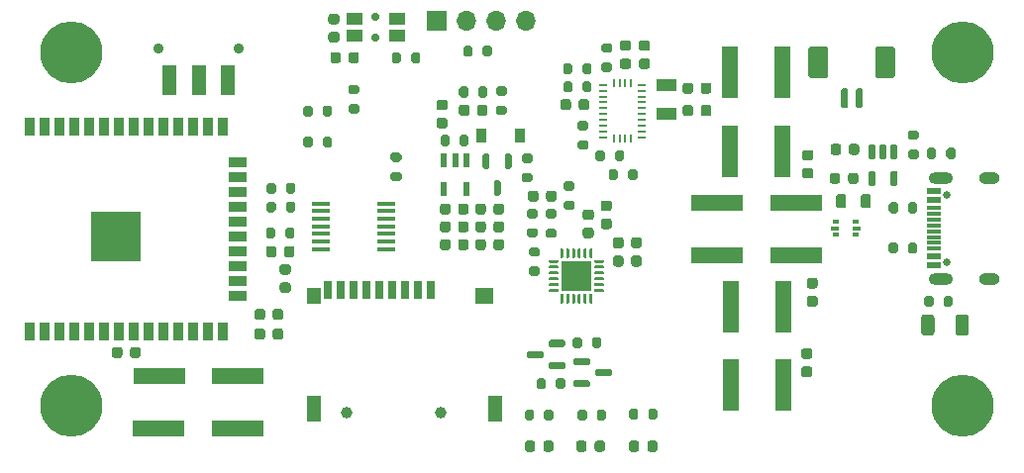
<source format=gbr>
G04 #@! TF.GenerationSoftware,KiCad,Pcbnew,(6.0.11)*
G04 #@! TF.CreationDate,2024-06-06T18:38:18+02:00*
G04 #@! TF.ProjectId,Wireless_Motion,57697265-6c65-4737-935f-4d6f74696f6e,rev?*
G04 #@! TF.SameCoordinates,Original*
G04 #@! TF.FileFunction,Soldermask,Top*
G04 #@! TF.FilePolarity,Negative*
%FSLAX45Y45*%
G04 Gerber Fmt 4.5, Leading zero omitted, Abs format (unit mm)*
G04 Created by KiCad (PCBNEW (6.0.11)) date 2024-06-06 18:38:18*
%MOMM*%
%LPD*%
G01*
G04 APERTURE LIST*
%ADD10R,0.675000X0.254000*%
%ADD11R,0.254000X0.675000*%
%ADD12R,0.700000X1.600000*%
%ADD13R,1.200000X2.200000*%
%ADD14R,1.600000X1.400000*%
%ADD15R,1.200000X1.400000*%
%ADD16C,1.000000*%
%ADD17R,4.500000X1.400000*%
%ADD18R,4.450000X1.400000*%
%ADD19R,0.600000X1.200000*%
%ADD20C,5.300000*%
%ADD21R,1.400000X4.500000*%
%ADD22R,1.400000X4.450000*%
%ADD23R,1.600000X0.350000*%
%ADD24R,2.600000X2.600000*%
%ADD25R,1.400000X1.050000*%
%ADD26C,0.700000*%
%ADD27R,1.250000X2.500000*%
%ADD28C,0.900000*%
%ADD29R,0.900000X1.200000*%
%ADD30O,1.800000X1.000000*%
%ADD31O,2.100000X1.000000*%
%ADD32R,1.150000X0.600000*%
%ADD33R,1.150000X0.300000*%
%ADD34C,0.650000*%
%ADD35C,0.500000*%
%ADD36R,1.800000X1.000000*%
%ADD37R,0.500000X0.375000*%
%ADD38R,0.650000X0.300000*%
%ADD39R,4.200000X4.200000*%
%ADD40R,0.900000X1.500000*%
%ADD41R,1.500000X0.900000*%
%ADD42O,1.700000X1.700000*%
%ADD43R,1.700000X1.700000*%
G04 APERTURE END LIST*
G36*
G01*
X11790500Y-4821500D02*
X11740500Y-4821500D01*
G75*
G02*
X11718000Y-4799000I0J22500D01*
G01*
X11718000Y-4754000D01*
G75*
G02*
X11740500Y-4731500I22500J0D01*
G01*
X11790500Y-4731500D01*
G75*
G02*
X11813000Y-4754000I0J-22500D01*
G01*
X11813000Y-4799000D01*
G75*
G02*
X11790500Y-4821500I-22500J0D01*
G01*
G37*
G36*
G01*
X11790500Y-4976500D02*
X11740500Y-4976500D01*
G75*
G02*
X11718000Y-4954000I0J22500D01*
G01*
X11718000Y-4909000D01*
G75*
G02*
X11740500Y-4886500I22500J0D01*
G01*
X11790500Y-4886500D01*
G75*
G02*
X11813000Y-4909000I0J-22500D01*
G01*
X11813000Y-4954000D01*
G75*
G02*
X11790500Y-4976500I-22500J0D01*
G01*
G37*
G36*
G01*
X11472655Y-6269000D02*
X11422655Y-6269000D01*
G75*
G02*
X11400155Y-6246500I0J22500D01*
G01*
X11400155Y-6201500D01*
G75*
G02*
X11422655Y-6179000I22500J0D01*
G01*
X11472655Y-6179000D01*
G75*
G02*
X11495155Y-6201500I0J-22500D01*
G01*
X11495155Y-6246500D01*
G75*
G02*
X11472655Y-6269000I-22500J0D01*
G01*
G37*
G36*
G01*
X11472655Y-6424000D02*
X11422655Y-6424000D01*
G75*
G02*
X11400155Y-6401500I0J22500D01*
G01*
X11400155Y-6356500D01*
G75*
G02*
X11422655Y-6334000I22500J0D01*
G01*
X11472655Y-6334000D01*
G75*
G02*
X11495155Y-6356500I0J-22500D01*
G01*
X11495155Y-6401500D01*
G75*
G02*
X11472655Y-6424000I-22500J0D01*
G01*
G37*
G36*
G01*
X11022500Y-6039000D02*
X11022500Y-6089000D01*
G75*
G02*
X11000000Y-6111500I-22500J0D01*
G01*
X10955000Y-6111500D01*
G75*
G02*
X10932500Y-6089000I0J22500D01*
G01*
X10932500Y-6039000D01*
G75*
G02*
X10955000Y-6016500I22500J0D01*
G01*
X11000000Y-6016500D01*
G75*
G02*
X11022500Y-6039000I0J-22500D01*
G01*
G37*
G36*
G01*
X11177500Y-6039000D02*
X11177500Y-6089000D01*
G75*
G02*
X11155000Y-6111500I-22500J0D01*
G01*
X11110000Y-6111500D01*
G75*
G02*
X11087500Y-6089000I0J22500D01*
G01*
X11087500Y-6039000D01*
G75*
G02*
X11110000Y-6016500I22500J0D01*
G01*
X11155000Y-6016500D01*
G75*
G02*
X11177500Y-6039000I0J-22500D01*
G01*
G37*
G36*
G01*
X11257500Y-6104000D02*
X11312500Y-6104000D01*
G75*
G02*
X11332500Y-6124000I0J-20000D01*
G01*
X11332500Y-6164000D01*
G75*
G02*
X11312500Y-6184000I-20000J0D01*
G01*
X11257500Y-6184000D01*
G75*
G02*
X11237500Y-6164000I0J20000D01*
G01*
X11237500Y-6124000D01*
G75*
G02*
X11257500Y-6104000I20000J0D01*
G01*
G37*
G36*
G01*
X11257500Y-5939000D02*
X11312500Y-5939000D01*
G75*
G02*
X11332500Y-5959000I0J-20000D01*
G01*
X11332500Y-5999000D01*
G75*
G02*
X11312500Y-6019000I-20000J0D01*
G01*
X11257500Y-6019000D01*
G75*
G02*
X11237500Y-5999000I0J20000D01*
G01*
X11237500Y-5959000D01*
G75*
G02*
X11257500Y-5939000I20000J0D01*
G01*
G37*
G36*
G01*
X14588000Y-7231500D02*
X14588000Y-7101500D01*
G75*
G02*
X14613000Y-7076500I25000J0D01*
G01*
X14678000Y-7076500D01*
G75*
G02*
X14703000Y-7101500I0J-25000D01*
G01*
X14703000Y-7231500D01*
G75*
G02*
X14678000Y-7256500I-25000J0D01*
G01*
X14613000Y-7256500D01*
G75*
G02*
X14588000Y-7231500I0J25000D01*
G01*
G37*
G36*
G01*
X14293000Y-7231500D02*
X14293000Y-7101500D01*
G75*
G02*
X14318000Y-7076500I25000J0D01*
G01*
X14383000Y-7076500D01*
G75*
G02*
X14408000Y-7101500I0J-25000D01*
G01*
X14408000Y-7231500D01*
G75*
G02*
X14383000Y-7256500I-25000J0D01*
G01*
X14318000Y-7256500D01*
G75*
G02*
X14293000Y-7231500I0J25000D01*
G01*
G37*
G36*
G01*
X11395000Y-7291500D02*
X11395000Y-7346500D01*
G75*
G02*
X11375000Y-7366500I-20000J0D01*
G01*
X11335000Y-7366500D01*
G75*
G02*
X11315000Y-7346500I0J20000D01*
G01*
X11315000Y-7291500D01*
G75*
G02*
X11335000Y-7271500I20000J0D01*
G01*
X11375000Y-7271500D01*
G75*
G02*
X11395000Y-7291500I0J-20000D01*
G01*
G37*
G36*
G01*
X11560000Y-7291500D02*
X11560000Y-7346500D01*
G75*
G02*
X11540000Y-7366500I-20000J0D01*
G01*
X11500000Y-7366500D01*
G75*
G02*
X11480000Y-7346500I0J20000D01*
G01*
X11480000Y-7291500D01*
G75*
G02*
X11500000Y-7271500I20000J0D01*
G01*
X11540000Y-7271500D01*
G75*
G02*
X11560000Y-7291500I0J-20000D01*
G01*
G37*
G36*
G01*
X9333000Y-4854000D02*
X9333000Y-4904000D01*
G75*
G02*
X9310500Y-4926500I-22500J0D01*
G01*
X9265500Y-4926500D01*
G75*
G02*
X9243000Y-4904000I0J22500D01*
G01*
X9243000Y-4854000D01*
G75*
G02*
X9265500Y-4831500I22500J0D01*
G01*
X9310500Y-4831500D01*
G75*
G02*
X9333000Y-4854000I0J-22500D01*
G01*
G37*
G36*
G01*
X9488000Y-4854000D02*
X9488000Y-4904000D01*
G75*
G02*
X9465500Y-4926500I-22500J0D01*
G01*
X9420500Y-4926500D01*
G75*
G02*
X9398000Y-4904000I0J22500D01*
G01*
X9398000Y-4854000D01*
G75*
G02*
X9420500Y-4831500I22500J0D01*
G01*
X9465500Y-4831500D01*
G75*
G02*
X9488000Y-4854000I0J-22500D01*
G01*
G37*
G36*
G01*
X9298000Y-4594000D02*
X9248000Y-4594000D01*
G75*
G02*
X9225500Y-4571500I0J22500D01*
G01*
X9225500Y-4526500D01*
G75*
G02*
X9248000Y-4504000I22500J0D01*
G01*
X9298000Y-4504000D01*
G75*
G02*
X9320500Y-4526500I0J-22500D01*
G01*
X9320500Y-4571500D01*
G75*
G02*
X9298000Y-4594000I-22500J0D01*
G01*
G37*
G36*
G01*
X9298000Y-4749000D02*
X9248000Y-4749000D01*
G75*
G02*
X9225500Y-4726500I0J22500D01*
G01*
X9225500Y-4681500D01*
G75*
G02*
X9248000Y-4659000I22500J0D01*
G01*
X9298000Y-4659000D01*
G75*
G02*
X9320500Y-4681500I0J-22500D01*
G01*
X9320500Y-4726500D01*
G75*
G02*
X9298000Y-4749000I-22500J0D01*
G01*
G37*
G36*
G01*
X8832500Y-6801500D02*
X8882500Y-6801500D01*
G75*
G02*
X8905000Y-6824000I0J-22500D01*
G01*
X8905000Y-6869000D01*
G75*
G02*
X8882500Y-6891500I-22500J0D01*
G01*
X8832500Y-6891500D01*
G75*
G02*
X8810000Y-6869000I0J22500D01*
G01*
X8810000Y-6824000D01*
G75*
G02*
X8832500Y-6801500I22500J0D01*
G01*
G37*
G36*
G01*
X8832500Y-6646500D02*
X8882500Y-6646500D01*
G75*
G02*
X8905000Y-6669000I0J-22500D01*
G01*
X8905000Y-6714000D01*
G75*
G02*
X8882500Y-6736500I-22500J0D01*
G01*
X8832500Y-6736500D01*
G75*
G02*
X8810000Y-6714000I0J22500D01*
G01*
X8810000Y-6669000D01*
G75*
G02*
X8832500Y-6646500I22500J0D01*
G01*
G37*
D10*
X11906250Y-5161500D03*
X11906250Y-5211500D03*
X11906250Y-5261500D03*
X11906250Y-5311500D03*
X11906250Y-5361500D03*
X11906250Y-5411500D03*
X11906250Y-5461500D03*
X11906250Y-5511500D03*
X11906250Y-5561500D03*
D11*
X11815000Y-5575250D03*
X11765000Y-5575250D03*
X11715000Y-5575250D03*
X11665000Y-5575250D03*
D10*
X11573750Y-5561500D03*
X11573750Y-5511500D03*
X11573750Y-5461500D03*
X11573750Y-5411500D03*
X11573750Y-5361500D03*
X11573750Y-5311500D03*
X11573750Y-5261500D03*
X11573750Y-5211500D03*
X11573750Y-5161500D03*
X11573750Y-5111500D03*
D11*
X11665000Y-5097750D03*
X11715000Y-5097750D03*
X11765000Y-5097750D03*
X11815000Y-5097750D03*
D10*
X11906250Y-5111500D03*
G36*
G01*
X10270000Y-6454000D02*
X10270000Y-6504000D01*
G75*
G02*
X10247500Y-6526500I-22500J0D01*
G01*
X10202500Y-6526500D01*
G75*
G02*
X10180000Y-6504000I0J22500D01*
G01*
X10180000Y-6454000D01*
G75*
G02*
X10202500Y-6431500I22500J0D01*
G01*
X10247500Y-6431500D01*
G75*
G02*
X10270000Y-6454000I0J-22500D01*
G01*
G37*
G36*
G01*
X10425000Y-6454000D02*
X10425000Y-6504000D01*
G75*
G02*
X10402500Y-6526500I-22500J0D01*
G01*
X10357500Y-6526500D01*
G75*
G02*
X10335000Y-6504000I0J22500D01*
G01*
X10335000Y-6454000D01*
G75*
G02*
X10357500Y-6431500I22500J0D01*
G01*
X10402500Y-6431500D01*
G75*
G02*
X10425000Y-6454000I0J-22500D01*
G01*
G37*
G36*
G01*
X13610000Y-5639000D02*
X13610000Y-5689000D01*
G75*
G02*
X13587500Y-5711500I-22500J0D01*
G01*
X13542500Y-5711500D01*
G75*
G02*
X13520000Y-5689000I0J22500D01*
G01*
X13520000Y-5639000D01*
G75*
G02*
X13542500Y-5616500I22500J0D01*
G01*
X13587500Y-5616500D01*
G75*
G02*
X13610000Y-5639000I0J-22500D01*
G01*
G37*
G36*
G01*
X13765000Y-5639000D02*
X13765000Y-5689000D01*
G75*
G02*
X13742500Y-5711500I-22500J0D01*
G01*
X13697500Y-5711500D01*
G75*
G02*
X13675000Y-5689000I0J22500D01*
G01*
X13675000Y-5639000D01*
G75*
G02*
X13697500Y-5616500I22500J0D01*
G01*
X13742500Y-5616500D01*
G75*
G02*
X13765000Y-5639000I0J-22500D01*
G01*
G37*
G36*
G01*
X10460500Y-4796500D02*
X10460500Y-4851500D01*
G75*
G02*
X10440500Y-4871500I-20000J0D01*
G01*
X10400500Y-4871500D01*
G75*
G02*
X10380500Y-4851500I0J20000D01*
G01*
X10380500Y-4796500D01*
G75*
G02*
X10400500Y-4776500I20000J0D01*
G01*
X10440500Y-4776500D01*
G75*
G02*
X10460500Y-4796500I0J-20000D01*
G01*
G37*
G36*
G01*
X10625500Y-4796500D02*
X10625500Y-4851500D01*
G75*
G02*
X10605500Y-4871500I-20000J0D01*
G01*
X10565500Y-4871500D01*
G75*
G02*
X10545500Y-4851500I0J20000D01*
G01*
X10545500Y-4796500D01*
G75*
G02*
X10565500Y-4776500I20000J0D01*
G01*
X10605500Y-4776500D01*
G75*
G02*
X10625500Y-4796500I0J-20000D01*
G01*
G37*
G36*
G01*
X10223000Y-5329000D02*
X10173000Y-5329000D01*
G75*
G02*
X10150500Y-5306500I0J22500D01*
G01*
X10150500Y-5261500D01*
G75*
G02*
X10173000Y-5239000I22500J0D01*
G01*
X10223000Y-5239000D01*
G75*
G02*
X10245500Y-5261500I0J-22500D01*
G01*
X10245500Y-5306500D01*
G75*
G02*
X10223000Y-5329000I-22500J0D01*
G01*
G37*
G36*
G01*
X10223000Y-5484000D02*
X10173000Y-5484000D01*
G75*
G02*
X10150500Y-5461500I0J22500D01*
G01*
X10150500Y-5416500D01*
G75*
G02*
X10173000Y-5394000I22500J0D01*
G01*
X10223000Y-5394000D01*
G75*
G02*
X10245500Y-5416500I0J-22500D01*
G01*
X10245500Y-5461500D01*
G75*
G02*
X10223000Y-5484000I-22500J0D01*
G01*
G37*
D12*
X9222500Y-6869000D03*
D13*
X9102500Y-7879000D03*
X10652500Y-7879000D03*
D14*
X10562500Y-6919000D03*
D15*
X9102500Y-6919000D03*
D12*
X9332500Y-6869000D03*
X9442500Y-6869000D03*
X9552500Y-6869000D03*
X9662500Y-6869000D03*
X9772500Y-6869000D03*
X9882500Y-6869000D03*
X9992500Y-6869000D03*
X10102500Y-6869000D03*
D16*
X10182500Y-7919000D03*
X9382500Y-7919000D03*
G36*
G01*
X13652500Y-6068375D02*
X13652500Y-6144625D01*
G75*
G02*
X13630625Y-6166500I-21875J0D01*
G01*
X13586875Y-6166500D01*
G75*
G02*
X13565000Y-6144625I0J21875D01*
G01*
X13565000Y-6068375D01*
G75*
G02*
X13586875Y-6046500I21875J0D01*
G01*
X13630625Y-6046500D01*
G75*
G02*
X13652500Y-6068375I0J-21875D01*
G01*
G37*
G36*
G01*
X13865000Y-6068375D02*
X13865000Y-6144625D01*
G75*
G02*
X13843125Y-6166500I-21875J0D01*
G01*
X13799375Y-6166500D01*
G75*
G02*
X13777500Y-6144625I0J21875D01*
G01*
X13777500Y-6068375D01*
G75*
G02*
X13799375Y-6046500I21875J0D01*
G01*
X13843125Y-6046500D01*
G75*
G02*
X13865000Y-6068375I0J-21875D01*
G01*
G37*
G36*
G01*
X14508000Y-5726500D02*
X14508000Y-5671500D01*
G75*
G02*
X14528000Y-5651500I20000J0D01*
G01*
X14568000Y-5651500D01*
G75*
G02*
X14588000Y-5671500I0J-20000D01*
G01*
X14588000Y-5726500D01*
G75*
G02*
X14568000Y-5746500I-20000J0D01*
G01*
X14528000Y-5746500D01*
G75*
G02*
X14508000Y-5726500I0J20000D01*
G01*
G37*
G36*
G01*
X14343000Y-5726500D02*
X14343000Y-5671500D01*
G75*
G02*
X14363000Y-5651500I20000J0D01*
G01*
X14403000Y-5651500D01*
G75*
G02*
X14423000Y-5671500I0J-20000D01*
G01*
X14423000Y-5726500D01*
G75*
G02*
X14403000Y-5746500I-20000J0D01*
G01*
X14363000Y-5746500D01*
G75*
G02*
X14343000Y-5726500I0J20000D01*
G01*
G37*
D17*
X12552500Y-6119000D03*
D18*
X13225000Y-6119000D03*
X13225000Y-6569000D03*
X12550000Y-6569000D03*
G36*
G01*
X10637500Y-6504000D02*
X10637500Y-6454000D01*
G75*
G02*
X10660000Y-6431500I22500J0D01*
G01*
X10705000Y-6431500D01*
G75*
G02*
X10727500Y-6454000I0J-22500D01*
G01*
X10727500Y-6504000D01*
G75*
G02*
X10705000Y-6526500I-22500J0D01*
G01*
X10660000Y-6526500D01*
G75*
G02*
X10637500Y-6504000I0J22500D01*
G01*
G37*
G36*
G01*
X10482500Y-6504000D02*
X10482500Y-6454000D01*
G75*
G02*
X10505000Y-6431500I22500J0D01*
G01*
X10550000Y-6431500D01*
G75*
G02*
X10572500Y-6454000I0J-22500D01*
G01*
X10572500Y-6504000D01*
G75*
G02*
X10550000Y-6526500I-22500J0D01*
G01*
X10505000Y-6526500D01*
G75*
G02*
X10482500Y-6504000I0J22500D01*
G01*
G37*
D19*
X10405000Y-6006500D03*
X10215000Y-6006500D03*
X10215000Y-5756500D03*
X10310000Y-5756500D03*
X10405000Y-5756500D03*
G36*
G01*
X10960000Y-6666500D02*
X11015000Y-6666500D01*
G75*
G02*
X11035000Y-6686500I0J-20000D01*
G01*
X11035000Y-6726500D01*
G75*
G02*
X11015000Y-6746500I-20000J0D01*
G01*
X10960000Y-6746500D01*
G75*
G02*
X10940000Y-6726500I0J20000D01*
G01*
X10940000Y-6686500D01*
G75*
G02*
X10960000Y-6666500I20000J0D01*
G01*
G37*
G36*
G01*
X10960000Y-6501500D02*
X11015000Y-6501500D01*
G75*
G02*
X11035000Y-6521500I0J-20000D01*
G01*
X11035000Y-6561500D01*
G75*
G02*
X11015000Y-6581500I-20000J0D01*
G01*
X10960000Y-6581500D01*
G75*
G02*
X10940000Y-6561500I0J20000D01*
G01*
X10940000Y-6521500D01*
G75*
G02*
X10960000Y-6501500I20000J0D01*
G01*
G37*
D20*
X14647500Y-4834000D03*
G36*
G01*
X13300000Y-5824000D02*
X13350000Y-5824000D01*
G75*
G02*
X13372500Y-5846500I0J-22500D01*
G01*
X13372500Y-5891500D01*
G75*
G02*
X13350000Y-5914000I-22500J0D01*
G01*
X13300000Y-5914000D01*
G75*
G02*
X13277500Y-5891500I0J22500D01*
G01*
X13277500Y-5846500D01*
G75*
G02*
X13300000Y-5824000I22500J0D01*
G01*
G37*
G36*
G01*
X13300000Y-5669000D02*
X13350000Y-5669000D01*
G75*
G02*
X13372500Y-5691500I0J-22500D01*
G01*
X13372500Y-5736500D01*
G75*
G02*
X13350000Y-5759000I-22500J0D01*
G01*
X13300000Y-5759000D01*
G75*
G02*
X13277500Y-5736500I0J22500D01*
G01*
X13277500Y-5691500D01*
G75*
G02*
X13300000Y-5669000I22500J0D01*
G01*
G37*
G36*
G01*
X11300500Y-5256500D02*
X11300500Y-5306500D01*
G75*
G02*
X11278000Y-5329000I-22500J0D01*
G01*
X11233000Y-5329000D01*
G75*
G02*
X11210500Y-5306500I0J22500D01*
G01*
X11210500Y-5256500D01*
G75*
G02*
X11233000Y-5234000I22500J0D01*
G01*
X11278000Y-5234000D01*
G75*
G02*
X11300500Y-5256500I0J-22500D01*
G01*
G37*
G36*
G01*
X11455500Y-5256500D02*
X11455500Y-5306500D01*
G75*
G02*
X11433000Y-5329000I-22500J0D01*
G01*
X11388000Y-5329000D01*
G75*
G02*
X11365500Y-5306500I0J22500D01*
G01*
X11365500Y-5256500D01*
G75*
G02*
X11388000Y-5234000I22500J0D01*
G01*
X11433000Y-5234000D01*
G75*
G02*
X11455500Y-5256500I0J-22500D01*
G01*
G37*
G36*
G01*
X11067500Y-7404000D02*
X11067500Y-7434000D01*
G75*
G02*
X11052500Y-7449000I-15000J0D01*
G01*
X10935000Y-7449000D01*
G75*
G02*
X10920000Y-7434000I0J15000D01*
G01*
X10920000Y-7404000D01*
G75*
G02*
X10935000Y-7389000I15000J0D01*
G01*
X11052500Y-7389000D01*
G75*
G02*
X11067500Y-7404000I0J-15000D01*
G01*
G37*
G36*
G01*
X11255000Y-7309000D02*
X11255000Y-7339000D01*
G75*
G02*
X11240000Y-7354000I-15000J0D01*
G01*
X11122500Y-7354000D01*
G75*
G02*
X11107500Y-7339000I0J15000D01*
G01*
X11107500Y-7309000D01*
G75*
G02*
X11122500Y-7294000I15000J0D01*
G01*
X11240000Y-7294000D01*
G75*
G02*
X11255000Y-7309000I0J-15000D01*
G01*
G37*
G36*
G01*
X11255000Y-7499000D02*
X11255000Y-7529000D01*
G75*
G02*
X11240000Y-7544000I-15000J0D01*
G01*
X11122500Y-7544000D01*
G75*
G02*
X11107500Y-7529000I0J15000D01*
G01*
X11107500Y-7499000D01*
G75*
G02*
X11122500Y-7484000I15000J0D01*
G01*
X11240000Y-7484000D01*
G75*
G02*
X11255000Y-7499000I0J-15000D01*
G01*
G37*
G36*
G01*
X9415500Y-5276500D02*
X9470500Y-5276500D01*
G75*
G02*
X9490500Y-5296500I0J-20000D01*
G01*
X9490500Y-5336500D01*
G75*
G02*
X9470500Y-5356500I-20000J0D01*
G01*
X9415500Y-5356500D01*
G75*
G02*
X9395500Y-5336500I0J20000D01*
G01*
X9395500Y-5296500D01*
G75*
G02*
X9415500Y-5276500I20000J0D01*
G01*
G37*
G36*
G01*
X9415500Y-5111500D02*
X9470500Y-5111500D01*
G75*
G02*
X9490500Y-5131500I0J-20000D01*
G01*
X9490500Y-5171500D01*
G75*
G02*
X9470500Y-5191500I-20000J0D01*
G01*
X9415500Y-5191500D01*
G75*
G02*
X9395500Y-5171500I0J20000D01*
G01*
X9395500Y-5131500D01*
G75*
G02*
X9415500Y-5111500I20000J0D01*
G01*
G37*
G36*
G01*
X11960500Y-7956500D02*
X11960500Y-7901500D01*
G75*
G02*
X11980500Y-7881500I20000J0D01*
G01*
X12020500Y-7881500D01*
G75*
G02*
X12040500Y-7901500I0J-20000D01*
G01*
X12040500Y-7956500D01*
G75*
G02*
X12020500Y-7976500I-20000J0D01*
G01*
X11980500Y-7976500D01*
G75*
G02*
X11960500Y-7956500I0J20000D01*
G01*
G37*
G36*
G01*
X11795500Y-7956500D02*
X11795500Y-7901500D01*
G75*
G02*
X11815500Y-7881500I20000J0D01*
G01*
X11855500Y-7881500D01*
G75*
G02*
X11875500Y-7901500I0J-20000D01*
G01*
X11875500Y-7956500D01*
G75*
G02*
X11855500Y-7976500I-20000J0D01*
G01*
X11815500Y-7976500D01*
G75*
G02*
X11795500Y-7956500I0J20000D01*
G01*
G37*
G36*
G01*
X14255500Y-5582000D02*
X14200500Y-5582000D01*
G75*
G02*
X14180500Y-5562000I0J20000D01*
G01*
X14180500Y-5522000D01*
G75*
G02*
X14200500Y-5502000I20000J0D01*
G01*
X14255500Y-5502000D01*
G75*
G02*
X14275500Y-5522000I0J-20000D01*
G01*
X14275500Y-5562000D01*
G75*
G02*
X14255500Y-5582000I-20000J0D01*
G01*
G37*
G36*
G01*
X14255500Y-5747000D02*
X14200500Y-5747000D01*
G75*
G02*
X14180500Y-5727000I0J20000D01*
G01*
X14180500Y-5687000D01*
G75*
G02*
X14200500Y-5667000I20000J0D01*
G01*
X14255500Y-5667000D01*
G75*
G02*
X14275500Y-5687000I0J-20000D01*
G01*
X14275500Y-5727000D01*
G75*
G02*
X14255500Y-5747000I-20000J0D01*
G01*
G37*
G36*
G01*
X8862500Y-6024000D02*
X8862500Y-5969000D01*
G75*
G02*
X8882500Y-5949000I20000J0D01*
G01*
X8922500Y-5949000D01*
G75*
G02*
X8942500Y-5969000I0J-20000D01*
G01*
X8942500Y-6024000D01*
G75*
G02*
X8922500Y-6044000I-20000J0D01*
G01*
X8882500Y-6044000D01*
G75*
G02*
X8862500Y-6024000I0J20000D01*
G01*
G37*
G36*
G01*
X8697500Y-6024000D02*
X8697500Y-5969000D01*
G75*
G02*
X8717500Y-5949000I20000J0D01*
G01*
X8757500Y-5949000D01*
G75*
G02*
X8777500Y-5969000I0J-20000D01*
G01*
X8777500Y-6024000D01*
G75*
G02*
X8757500Y-6044000I-20000J0D01*
G01*
X8717500Y-6044000D01*
G75*
G02*
X8697500Y-6024000I0J20000D01*
G01*
G37*
D21*
X12665500Y-7679000D03*
D22*
X12665500Y-7006500D03*
X13115500Y-7681500D03*
X13115500Y-7006500D03*
G36*
G01*
X8782500Y-6514000D02*
X8782500Y-6564000D01*
G75*
G02*
X8760000Y-6586500I-22500J0D01*
G01*
X8715000Y-6586500D01*
G75*
G02*
X8692500Y-6564000I0J22500D01*
G01*
X8692500Y-6514000D01*
G75*
G02*
X8715000Y-6491500I22500J0D01*
G01*
X8760000Y-6491500D01*
G75*
G02*
X8782500Y-6514000I0J-22500D01*
G01*
G37*
G36*
G01*
X8937500Y-6514000D02*
X8937500Y-6564000D01*
G75*
G02*
X8915000Y-6586500I-22500J0D01*
G01*
X8870000Y-6586500D01*
G75*
G02*
X8847500Y-6564000I0J22500D01*
G01*
X8847500Y-6514000D01*
G75*
G02*
X8870000Y-6491500I22500J0D01*
G01*
X8915000Y-6491500D01*
G75*
G02*
X8937500Y-6514000I0J-22500D01*
G01*
G37*
G36*
G01*
X11675000Y-5746500D02*
X11675000Y-5691500D01*
G75*
G02*
X11695000Y-5671500I20000J0D01*
G01*
X11735000Y-5671500D01*
G75*
G02*
X11755000Y-5691500I0J-20000D01*
G01*
X11755000Y-5746500D01*
G75*
G02*
X11735000Y-5766500I-20000J0D01*
G01*
X11695000Y-5766500D01*
G75*
G02*
X11675000Y-5746500I0J20000D01*
G01*
G37*
G36*
G01*
X11510000Y-5746500D02*
X11510000Y-5691500D01*
G75*
G02*
X11530000Y-5671500I20000J0D01*
G01*
X11570000Y-5671500D01*
G75*
G02*
X11590000Y-5691500I0J-20000D01*
G01*
X11590000Y-5746500D01*
G75*
G02*
X11570000Y-5766500I-20000J0D01*
G01*
X11530000Y-5766500D01*
G75*
G02*
X11510000Y-5746500I0J20000D01*
G01*
G37*
D23*
X9165000Y-6516500D03*
X9165000Y-6451500D03*
X9165000Y-6386500D03*
X9165000Y-6321500D03*
X9165000Y-6256500D03*
X9165000Y-6191500D03*
X9165000Y-6126500D03*
X9725000Y-6126500D03*
X9725000Y-6191500D03*
X9725000Y-6256500D03*
X9725000Y-6321500D03*
X9725000Y-6386500D03*
X9725000Y-6451500D03*
X9725000Y-6516500D03*
G36*
G01*
X9093000Y-5574000D02*
X9093000Y-5629000D01*
G75*
G02*
X9073000Y-5649000I-20000J0D01*
G01*
X9033000Y-5649000D01*
G75*
G02*
X9013000Y-5629000I0J20000D01*
G01*
X9013000Y-5574000D01*
G75*
G02*
X9033000Y-5554000I20000J0D01*
G01*
X9073000Y-5554000D01*
G75*
G02*
X9093000Y-5574000I0J-20000D01*
G01*
G37*
G36*
G01*
X9258000Y-5574000D02*
X9258000Y-5629000D01*
G75*
G02*
X9238000Y-5649000I-20000J0D01*
G01*
X9198000Y-5649000D01*
G75*
G02*
X9178000Y-5629000I0J20000D01*
G01*
X9178000Y-5574000D01*
G75*
G02*
X9198000Y-5554000I20000J0D01*
G01*
X9238000Y-5554000D01*
G75*
G02*
X9258000Y-5574000I0J-20000D01*
G01*
G37*
G36*
G01*
X9093000Y-5309000D02*
X9093000Y-5364000D01*
G75*
G02*
X9073000Y-5384000I-20000J0D01*
G01*
X9033000Y-5384000D01*
G75*
G02*
X9013000Y-5364000I0J20000D01*
G01*
X9013000Y-5309000D01*
G75*
G02*
X9033000Y-5289000I20000J0D01*
G01*
X9073000Y-5289000D01*
G75*
G02*
X9093000Y-5309000I0J-20000D01*
G01*
G37*
G36*
G01*
X9258000Y-5309000D02*
X9258000Y-5364000D01*
G75*
G02*
X9238000Y-5384000I-20000J0D01*
G01*
X9198000Y-5384000D01*
G75*
G02*
X9178000Y-5364000I0J20000D01*
G01*
X9178000Y-5309000D01*
G75*
G02*
X9198000Y-5289000I20000J0D01*
G01*
X9238000Y-5289000D01*
G75*
G02*
X9258000Y-5309000I0J-20000D01*
G01*
G37*
G36*
G01*
X8750000Y-7269000D02*
X8750000Y-7219000D01*
G75*
G02*
X8772500Y-7196500I22500J0D01*
G01*
X8817500Y-7196500D01*
G75*
G02*
X8840000Y-7219000I0J-22500D01*
G01*
X8840000Y-7269000D01*
G75*
G02*
X8817500Y-7291500I-22500J0D01*
G01*
X8772500Y-7291500D01*
G75*
G02*
X8750000Y-7269000I0J22500D01*
G01*
G37*
G36*
G01*
X8595000Y-7269000D02*
X8595000Y-7219000D01*
G75*
G02*
X8617500Y-7196500I22500J0D01*
G01*
X8662500Y-7196500D01*
G75*
G02*
X8685000Y-7219000I0J-22500D01*
G01*
X8685000Y-7269000D01*
G75*
G02*
X8662500Y-7291500I-22500J0D01*
G01*
X8617500Y-7291500D01*
G75*
G02*
X8595000Y-7269000I0J22500D01*
G01*
G37*
G36*
G01*
X14485500Y-6991500D02*
X14485500Y-6936500D01*
G75*
G02*
X14505500Y-6916500I20000J0D01*
G01*
X14545500Y-6916500D01*
G75*
G02*
X14565500Y-6936500I0J-20000D01*
G01*
X14565500Y-6991500D01*
G75*
G02*
X14545500Y-7011500I-20000J0D01*
G01*
X14505500Y-7011500D01*
G75*
G02*
X14485500Y-6991500I0J20000D01*
G01*
G37*
G36*
G01*
X14320500Y-6991500D02*
X14320500Y-6936500D01*
G75*
G02*
X14340500Y-6916500I20000J0D01*
G01*
X14380500Y-6916500D01*
G75*
G02*
X14400500Y-6936500I0J-20000D01*
G01*
X14400500Y-6991500D01*
G75*
G02*
X14380500Y-7011500I-20000J0D01*
G01*
X14340500Y-7011500D01*
G75*
G02*
X14320500Y-6991500I0J20000D01*
G01*
G37*
G36*
G01*
X9932500Y-4909000D02*
X9932500Y-4854000D01*
G75*
G02*
X9952500Y-4834000I20000J0D01*
G01*
X9992500Y-4834000D01*
G75*
G02*
X10012500Y-4854000I0J-20000D01*
G01*
X10012500Y-4909000D01*
G75*
G02*
X9992500Y-4929000I-20000J0D01*
G01*
X9952500Y-4929000D01*
G75*
G02*
X9932500Y-4909000I0J20000D01*
G01*
G37*
G36*
G01*
X9767500Y-4909000D02*
X9767500Y-4854000D01*
G75*
G02*
X9787500Y-4834000I20000J0D01*
G01*
X9827500Y-4834000D01*
G75*
G02*
X9847500Y-4854000I0J-20000D01*
G01*
X9847500Y-4909000D01*
G75*
G02*
X9827500Y-4929000I-20000J0D01*
G01*
X9787500Y-4929000D01*
G75*
G02*
X9767500Y-4909000I0J20000D01*
G01*
G37*
G36*
G01*
X13337500Y-6919000D02*
X13387500Y-6919000D01*
G75*
G02*
X13410000Y-6941500I0J-22500D01*
G01*
X13410000Y-6986500D01*
G75*
G02*
X13387500Y-7009000I-22500J0D01*
G01*
X13337500Y-7009000D01*
G75*
G02*
X13315000Y-6986500I0J22500D01*
G01*
X13315000Y-6941500D01*
G75*
G02*
X13337500Y-6919000I22500J0D01*
G01*
G37*
G36*
G01*
X13337500Y-6764000D02*
X13387500Y-6764000D01*
G75*
G02*
X13410000Y-6786500I0J-22500D01*
G01*
X13410000Y-6831500D01*
G75*
G02*
X13387500Y-6854000I-22500J0D01*
G01*
X13337500Y-6854000D01*
G75*
G02*
X13315000Y-6831500I0J22500D01*
G01*
X13315000Y-6786500D01*
G75*
G02*
X13337500Y-6764000I22500J0D01*
G01*
G37*
G36*
G01*
X14182500Y-6191500D02*
X14182500Y-6136500D01*
G75*
G02*
X14202500Y-6116500I20000J0D01*
G01*
X14242500Y-6116500D01*
G75*
G02*
X14262500Y-6136500I0J-20000D01*
G01*
X14262500Y-6191500D01*
G75*
G02*
X14242500Y-6211500I-20000J0D01*
G01*
X14202500Y-6211500D01*
G75*
G02*
X14182500Y-6191500I0J20000D01*
G01*
G37*
G36*
G01*
X14017500Y-6191500D02*
X14017500Y-6136500D01*
G75*
G02*
X14037500Y-6116500I20000J0D01*
G01*
X14077500Y-6116500D01*
G75*
G02*
X14097500Y-6136500I0J-20000D01*
G01*
X14097500Y-6191500D01*
G75*
G02*
X14077500Y-6211500I-20000J0D01*
G01*
X14037500Y-6211500D01*
G75*
G02*
X14017500Y-6191500I0J20000D01*
G01*
G37*
G36*
G01*
X10347500Y-5616500D02*
X10347500Y-5561500D01*
G75*
G02*
X10367500Y-5541500I20000J0D01*
G01*
X10407500Y-5541500D01*
G75*
G02*
X10427500Y-5561500I0J-20000D01*
G01*
X10427500Y-5616500D01*
G75*
G02*
X10407500Y-5636500I-20000J0D01*
G01*
X10367500Y-5636500D01*
G75*
G02*
X10347500Y-5616500I0J20000D01*
G01*
G37*
G36*
G01*
X10182500Y-5616500D02*
X10182500Y-5561500D01*
G75*
G02*
X10202500Y-5541500I20000J0D01*
G01*
X10242500Y-5541500D01*
G75*
G02*
X10262500Y-5561500I0J-20000D01*
G01*
X10262500Y-5616500D01*
G75*
G02*
X10242500Y-5636500I-20000J0D01*
G01*
X10202500Y-5636500D01*
G75*
G02*
X10182500Y-5616500I0J20000D01*
G01*
G37*
G36*
G01*
X10897500Y-5866500D02*
X10952500Y-5866500D01*
G75*
G02*
X10972500Y-5886500I0J-20000D01*
G01*
X10972500Y-5926500D01*
G75*
G02*
X10952500Y-5946500I-20000J0D01*
G01*
X10897500Y-5946500D01*
G75*
G02*
X10877500Y-5926500I0J20000D01*
G01*
X10877500Y-5886500D01*
G75*
G02*
X10897500Y-5866500I20000J0D01*
G01*
G37*
G36*
G01*
X10897500Y-5701500D02*
X10952500Y-5701500D01*
G75*
G02*
X10972500Y-5721500I0J-20000D01*
G01*
X10972500Y-5761500D01*
G75*
G02*
X10952500Y-5781500I-20000J0D01*
G01*
X10897500Y-5781500D01*
G75*
G02*
X10877500Y-5761500I0J20000D01*
G01*
X10877500Y-5721500D01*
G75*
G02*
X10897500Y-5701500I20000J0D01*
G01*
G37*
G36*
G01*
X11953000Y-4821500D02*
X11903000Y-4821500D01*
G75*
G02*
X11880500Y-4799000I0J22500D01*
G01*
X11880500Y-4754000D01*
G75*
G02*
X11903000Y-4731500I22500J0D01*
G01*
X11953000Y-4731500D01*
G75*
G02*
X11975500Y-4754000I0J-22500D01*
G01*
X11975500Y-4799000D01*
G75*
G02*
X11953000Y-4821500I-22500J0D01*
G01*
G37*
G36*
G01*
X11953000Y-4976500D02*
X11903000Y-4976500D01*
G75*
G02*
X11880500Y-4954000I0J22500D01*
G01*
X11880500Y-4909000D01*
G75*
G02*
X11903000Y-4886500I22500J0D01*
G01*
X11953000Y-4886500D01*
G75*
G02*
X11975500Y-4909000I0J-22500D01*
G01*
X11975500Y-4954000D01*
G75*
G02*
X11953000Y-4976500I-22500J0D01*
G01*
G37*
G36*
G01*
X10637500Y-6199000D02*
X10637500Y-6149000D01*
G75*
G02*
X10660000Y-6126500I22500J0D01*
G01*
X10705000Y-6126500D01*
G75*
G02*
X10727500Y-6149000I0J-22500D01*
G01*
X10727500Y-6199000D01*
G75*
G02*
X10705000Y-6221500I-22500J0D01*
G01*
X10660000Y-6221500D01*
G75*
G02*
X10637500Y-6199000I0J22500D01*
G01*
G37*
G36*
G01*
X10482500Y-6199000D02*
X10482500Y-6149000D01*
G75*
G02*
X10505000Y-6126500I22500J0D01*
G01*
X10550000Y-6126500D01*
G75*
G02*
X10572500Y-6149000I0J-22500D01*
G01*
X10572500Y-6199000D01*
G75*
G02*
X10550000Y-6221500I-22500J0D01*
G01*
X10505000Y-6221500D01*
G75*
G02*
X10482500Y-6199000I0J22500D01*
G01*
G37*
D24*
X11346405Y-6746500D03*
G36*
G01*
X11483905Y-6905250D02*
X11483905Y-6975250D01*
G75*
G02*
X11477655Y-6981500I-6250J0D01*
G01*
X11465155Y-6981500D01*
G75*
G02*
X11458905Y-6975250I0J6250D01*
G01*
X11458905Y-6905250D01*
G75*
G02*
X11465155Y-6899000I6250J0D01*
G01*
X11477655Y-6899000D01*
G75*
G02*
X11483905Y-6905250I0J-6250D01*
G01*
G37*
G36*
G01*
X11433905Y-6905250D02*
X11433905Y-6975250D01*
G75*
G02*
X11427655Y-6981500I-6250J0D01*
G01*
X11415155Y-6981500D01*
G75*
G02*
X11408905Y-6975250I0J6250D01*
G01*
X11408905Y-6905250D01*
G75*
G02*
X11415155Y-6899000I6250J0D01*
G01*
X11427655Y-6899000D01*
G75*
G02*
X11433905Y-6905250I0J-6250D01*
G01*
G37*
G36*
G01*
X11383905Y-6905250D02*
X11383905Y-6975250D01*
G75*
G02*
X11377655Y-6981500I-6250J0D01*
G01*
X11365155Y-6981500D01*
G75*
G02*
X11358905Y-6975250I0J6250D01*
G01*
X11358905Y-6905250D01*
G75*
G02*
X11365155Y-6899000I6250J0D01*
G01*
X11377655Y-6899000D01*
G75*
G02*
X11383905Y-6905250I0J-6250D01*
G01*
G37*
G36*
G01*
X11333905Y-6905250D02*
X11333905Y-6975250D01*
G75*
G02*
X11327655Y-6981500I-6250J0D01*
G01*
X11315155Y-6981500D01*
G75*
G02*
X11308905Y-6975250I0J6250D01*
G01*
X11308905Y-6905250D01*
G75*
G02*
X11315155Y-6899000I6250J0D01*
G01*
X11327655Y-6899000D01*
G75*
G02*
X11333905Y-6905250I0J-6250D01*
G01*
G37*
G36*
G01*
X11283905Y-6905250D02*
X11283905Y-6975250D01*
G75*
G02*
X11277655Y-6981500I-6250J0D01*
G01*
X11265155Y-6981500D01*
G75*
G02*
X11258905Y-6975250I0J6250D01*
G01*
X11258905Y-6905250D01*
G75*
G02*
X11265155Y-6899000I6250J0D01*
G01*
X11277655Y-6899000D01*
G75*
G02*
X11283905Y-6905250I0J-6250D01*
G01*
G37*
G36*
G01*
X11233905Y-6905250D02*
X11233905Y-6975250D01*
G75*
G02*
X11227655Y-6981500I-6250J0D01*
G01*
X11215155Y-6981500D01*
G75*
G02*
X11208905Y-6975250I0J6250D01*
G01*
X11208905Y-6905250D01*
G75*
G02*
X11215155Y-6899000I6250J0D01*
G01*
X11227655Y-6899000D01*
G75*
G02*
X11233905Y-6905250I0J-6250D01*
G01*
G37*
G36*
G01*
X11193905Y-6865250D02*
X11193905Y-6877750D01*
G75*
G02*
X11187655Y-6884000I-6250J0D01*
G01*
X11117656Y-6884000D01*
G75*
G02*
X11111406Y-6877750I0J6250D01*
G01*
X11111406Y-6865250D01*
G75*
G02*
X11117656Y-6859000I6250J0D01*
G01*
X11187655Y-6859000D01*
G75*
G02*
X11193905Y-6865250I0J-6250D01*
G01*
G37*
G36*
G01*
X11193905Y-6815250D02*
X11193905Y-6827750D01*
G75*
G02*
X11187655Y-6834000I-6250J0D01*
G01*
X11117656Y-6834000D01*
G75*
G02*
X11111406Y-6827750I0J6250D01*
G01*
X11111406Y-6815250D01*
G75*
G02*
X11117656Y-6809000I6250J0D01*
G01*
X11187655Y-6809000D01*
G75*
G02*
X11193905Y-6815250I0J-6250D01*
G01*
G37*
G36*
G01*
X11193905Y-6765250D02*
X11193905Y-6777750D01*
G75*
G02*
X11187655Y-6784000I-6250J0D01*
G01*
X11117656Y-6784000D01*
G75*
G02*
X11111406Y-6777750I0J6250D01*
G01*
X11111406Y-6765250D01*
G75*
G02*
X11117656Y-6759000I6250J0D01*
G01*
X11187655Y-6759000D01*
G75*
G02*
X11193905Y-6765250I0J-6250D01*
G01*
G37*
G36*
G01*
X11193905Y-6715250D02*
X11193905Y-6727750D01*
G75*
G02*
X11187655Y-6734000I-6250J0D01*
G01*
X11117656Y-6734000D01*
G75*
G02*
X11111406Y-6727750I0J6250D01*
G01*
X11111406Y-6715250D01*
G75*
G02*
X11117656Y-6709000I6250J0D01*
G01*
X11187655Y-6709000D01*
G75*
G02*
X11193905Y-6715250I0J-6250D01*
G01*
G37*
G36*
G01*
X11193905Y-6665250D02*
X11193905Y-6677750D01*
G75*
G02*
X11187655Y-6684000I-6250J0D01*
G01*
X11117656Y-6684000D01*
G75*
G02*
X11111406Y-6677750I0J6250D01*
G01*
X11111406Y-6665250D01*
G75*
G02*
X11117656Y-6659000I6250J0D01*
G01*
X11187655Y-6659000D01*
G75*
G02*
X11193905Y-6665250I0J-6250D01*
G01*
G37*
G36*
G01*
X11193905Y-6615250D02*
X11193905Y-6627750D01*
G75*
G02*
X11187655Y-6634000I-6250J0D01*
G01*
X11117656Y-6634000D01*
G75*
G02*
X11111406Y-6627750I0J6250D01*
G01*
X11111406Y-6615250D01*
G75*
G02*
X11117656Y-6609000I6250J0D01*
G01*
X11187655Y-6609000D01*
G75*
G02*
X11193905Y-6615250I0J-6250D01*
G01*
G37*
G36*
G01*
X11233905Y-6517750D02*
X11233905Y-6587750D01*
G75*
G02*
X11227655Y-6594000I-6250J0D01*
G01*
X11215155Y-6594000D01*
G75*
G02*
X11208905Y-6587750I0J6250D01*
G01*
X11208905Y-6517750D01*
G75*
G02*
X11215155Y-6511500I6250J0D01*
G01*
X11227655Y-6511500D01*
G75*
G02*
X11233905Y-6517750I0J-6250D01*
G01*
G37*
G36*
G01*
X11283905Y-6517750D02*
X11283905Y-6587750D01*
G75*
G02*
X11277655Y-6594000I-6250J0D01*
G01*
X11265155Y-6594000D01*
G75*
G02*
X11258905Y-6587750I0J6250D01*
G01*
X11258905Y-6517750D01*
G75*
G02*
X11265155Y-6511500I6250J0D01*
G01*
X11277655Y-6511500D01*
G75*
G02*
X11283905Y-6517750I0J-6250D01*
G01*
G37*
G36*
G01*
X11333905Y-6517750D02*
X11333905Y-6587750D01*
G75*
G02*
X11327655Y-6594000I-6250J0D01*
G01*
X11315155Y-6594000D01*
G75*
G02*
X11308905Y-6587750I0J6250D01*
G01*
X11308905Y-6517750D01*
G75*
G02*
X11315155Y-6511500I6250J0D01*
G01*
X11327655Y-6511500D01*
G75*
G02*
X11333905Y-6517750I0J-6250D01*
G01*
G37*
G36*
G01*
X11383905Y-6517750D02*
X11383905Y-6587750D01*
G75*
G02*
X11377655Y-6594000I-6250J0D01*
G01*
X11365155Y-6594000D01*
G75*
G02*
X11358905Y-6587750I0J6250D01*
G01*
X11358905Y-6517750D01*
G75*
G02*
X11365155Y-6511500I6250J0D01*
G01*
X11377655Y-6511500D01*
G75*
G02*
X11383905Y-6517750I0J-6250D01*
G01*
G37*
G36*
G01*
X11433905Y-6517750D02*
X11433905Y-6587750D01*
G75*
G02*
X11427655Y-6594000I-6250J0D01*
G01*
X11415155Y-6594000D01*
G75*
G02*
X11408905Y-6587750I0J6250D01*
G01*
X11408905Y-6517750D01*
G75*
G02*
X11415155Y-6511500I6250J0D01*
G01*
X11427655Y-6511500D01*
G75*
G02*
X11433905Y-6517750I0J-6250D01*
G01*
G37*
G36*
G01*
X11483905Y-6517750D02*
X11483905Y-6587750D01*
G75*
G02*
X11477655Y-6594000I-6250J0D01*
G01*
X11465155Y-6594000D01*
G75*
G02*
X11458905Y-6587750I0J6250D01*
G01*
X11458905Y-6517750D01*
G75*
G02*
X11465155Y-6511500I6250J0D01*
G01*
X11477655Y-6511500D01*
G75*
G02*
X11483905Y-6517750I0J-6250D01*
G01*
G37*
G36*
G01*
X11581405Y-6615250D02*
X11581405Y-6627750D01*
G75*
G02*
X11575155Y-6634000I-6250J0D01*
G01*
X11505155Y-6634000D01*
G75*
G02*
X11498905Y-6627750I0J6250D01*
G01*
X11498905Y-6615250D01*
G75*
G02*
X11505155Y-6609000I6250J0D01*
G01*
X11575155Y-6609000D01*
G75*
G02*
X11581405Y-6615250I0J-6250D01*
G01*
G37*
G36*
G01*
X11581405Y-6665250D02*
X11581405Y-6677750D01*
G75*
G02*
X11575155Y-6684000I-6250J0D01*
G01*
X11505155Y-6684000D01*
G75*
G02*
X11498905Y-6677750I0J6250D01*
G01*
X11498905Y-6665250D01*
G75*
G02*
X11505155Y-6659000I6250J0D01*
G01*
X11575155Y-6659000D01*
G75*
G02*
X11581405Y-6665250I0J-6250D01*
G01*
G37*
G36*
G01*
X11581405Y-6715250D02*
X11581405Y-6727750D01*
G75*
G02*
X11575155Y-6734000I-6250J0D01*
G01*
X11505155Y-6734000D01*
G75*
G02*
X11498905Y-6727750I0J6250D01*
G01*
X11498905Y-6715250D01*
G75*
G02*
X11505155Y-6709000I6250J0D01*
G01*
X11575155Y-6709000D01*
G75*
G02*
X11581405Y-6715250I0J-6250D01*
G01*
G37*
G36*
G01*
X11581405Y-6765250D02*
X11581405Y-6777750D01*
G75*
G02*
X11575155Y-6784000I-6250J0D01*
G01*
X11505155Y-6784000D01*
G75*
G02*
X11498905Y-6777750I0J6250D01*
G01*
X11498905Y-6765250D01*
G75*
G02*
X11505155Y-6759000I6250J0D01*
G01*
X11575155Y-6759000D01*
G75*
G02*
X11581405Y-6765250I0J-6250D01*
G01*
G37*
G36*
G01*
X11581405Y-6815250D02*
X11581405Y-6827750D01*
G75*
G02*
X11575155Y-6834000I-6250J0D01*
G01*
X11505155Y-6834000D01*
G75*
G02*
X11498905Y-6827750I0J6250D01*
G01*
X11498905Y-6815250D01*
G75*
G02*
X11505155Y-6809000I6250J0D01*
G01*
X11575155Y-6809000D01*
G75*
G02*
X11581405Y-6815250I0J-6250D01*
G01*
G37*
G36*
G01*
X11581405Y-6865250D02*
X11581405Y-6877750D01*
G75*
G02*
X11575155Y-6884000I-6250J0D01*
G01*
X11505155Y-6884000D01*
G75*
G02*
X11498905Y-6877750I0J6250D01*
G01*
X11498905Y-6865250D01*
G75*
G02*
X11505155Y-6859000I6250J0D01*
G01*
X11575155Y-6859000D01*
G75*
G02*
X11581405Y-6865250I0J-6250D01*
G01*
G37*
D25*
X9810000Y-4544500D03*
X9450000Y-4544500D03*
X9810000Y-4688500D03*
X9450000Y-4688500D03*
D26*
X9630000Y-4706500D03*
X9630000Y-4526500D03*
G36*
G01*
X10997656Y-6254000D02*
X10942656Y-6254000D01*
G75*
G02*
X10922656Y-6234000I0J20000D01*
G01*
X10922656Y-6194000D01*
G75*
G02*
X10942656Y-6174000I20000J0D01*
G01*
X10997656Y-6174000D01*
G75*
G02*
X11017656Y-6194000I0J-20000D01*
G01*
X11017656Y-6234000D01*
G75*
G02*
X10997656Y-6254000I-20000J0D01*
G01*
G37*
G36*
G01*
X10997656Y-6419000D02*
X10942656Y-6419000D01*
G75*
G02*
X10922656Y-6399000I0J20000D01*
G01*
X10922656Y-6359000D01*
G75*
G02*
X10942656Y-6339000I20000J0D01*
G01*
X10997656Y-6339000D01*
G75*
G02*
X11017656Y-6359000I0J-20000D01*
G01*
X11017656Y-6399000D01*
G75*
G02*
X10997656Y-6419000I-20000J0D01*
G01*
G37*
G36*
G01*
X11312500Y-4946500D02*
X11312500Y-5001500D01*
G75*
G02*
X11292500Y-5021500I-20000J0D01*
G01*
X11252500Y-5021500D01*
G75*
G02*
X11232500Y-5001500I0J20000D01*
G01*
X11232500Y-4946500D01*
G75*
G02*
X11252500Y-4926500I20000J0D01*
G01*
X11292500Y-4926500D01*
G75*
G02*
X11312500Y-4946500I0J-20000D01*
G01*
G37*
G36*
G01*
X11477500Y-4946500D02*
X11477500Y-5001500D01*
G75*
G02*
X11457500Y-5021500I-20000J0D01*
G01*
X11417500Y-5021500D01*
G75*
G02*
X11397500Y-5001500I0J20000D01*
G01*
X11397500Y-4946500D01*
G75*
G02*
X11417500Y-4926500I20000J0D01*
G01*
X11457500Y-4926500D01*
G75*
G02*
X11477500Y-4946500I0J-20000D01*
G01*
G37*
G36*
G01*
X13340500Y-7456500D02*
X13290500Y-7456500D01*
G75*
G02*
X13268000Y-7434000I0J22500D01*
G01*
X13268000Y-7389000D01*
G75*
G02*
X13290500Y-7366500I22500J0D01*
G01*
X13340500Y-7366500D01*
G75*
G02*
X13363000Y-7389000I0J-22500D01*
G01*
X13363000Y-7434000D01*
G75*
G02*
X13340500Y-7456500I-22500J0D01*
G01*
G37*
G36*
G01*
X13340500Y-7611500D02*
X13290500Y-7611500D01*
G75*
G02*
X13268000Y-7589000I0J22500D01*
G01*
X13268000Y-7544000D01*
G75*
G02*
X13290500Y-7521500I22500J0D01*
G01*
X13340500Y-7521500D01*
G75*
G02*
X13363000Y-7544000I0J-22500D01*
G01*
X13363000Y-7589000D01*
G75*
G02*
X13340500Y-7611500I-22500J0D01*
G01*
G37*
G36*
G01*
X14182500Y-6536500D02*
X14182500Y-6481500D01*
G75*
G02*
X14202500Y-6461500I20000J0D01*
G01*
X14242500Y-6461500D01*
G75*
G02*
X14262500Y-6481500I0J-20000D01*
G01*
X14262500Y-6536500D01*
G75*
G02*
X14242500Y-6556500I-20000J0D01*
G01*
X14202500Y-6556500D01*
G75*
G02*
X14182500Y-6536500I0J20000D01*
G01*
G37*
G36*
G01*
X14017500Y-6536500D02*
X14017500Y-6481500D01*
G75*
G02*
X14037500Y-6461500I20000J0D01*
G01*
X14077500Y-6461500D01*
G75*
G02*
X14097500Y-6481500I0J-20000D01*
G01*
X14097500Y-6536500D01*
G75*
G02*
X14077500Y-6556500I-20000J0D01*
G01*
X14037500Y-6556500D01*
G75*
G02*
X14017500Y-6536500I0J20000D01*
G01*
G37*
G36*
G01*
X9777500Y-5856500D02*
X9832500Y-5856500D01*
G75*
G02*
X9852500Y-5876500I0J-20000D01*
G01*
X9852500Y-5916500D01*
G75*
G02*
X9832500Y-5936500I-20000J0D01*
G01*
X9777500Y-5936500D01*
G75*
G02*
X9757500Y-5916500I0J20000D01*
G01*
X9757500Y-5876500D01*
G75*
G02*
X9777500Y-5856500I20000J0D01*
G01*
G37*
G36*
G01*
X9777500Y-5691500D02*
X9832500Y-5691500D01*
G75*
G02*
X9852500Y-5711500I0J-20000D01*
G01*
X9852500Y-5751500D01*
G75*
G02*
X9832500Y-5771500I-20000J0D01*
G01*
X9777500Y-5771500D01*
G75*
G02*
X9757500Y-5751500I0J20000D01*
G01*
X9757500Y-5711500D01*
G75*
G02*
X9777500Y-5691500I20000J0D01*
G01*
G37*
D20*
X7027500Y-4834000D03*
G36*
G01*
X11635000Y-4836500D02*
X11580000Y-4836500D01*
G75*
G02*
X11560000Y-4816500I0J20000D01*
G01*
X11560000Y-4776500D01*
G75*
G02*
X11580000Y-4756500I20000J0D01*
G01*
X11635000Y-4756500D01*
G75*
G02*
X11655000Y-4776500I0J-20000D01*
G01*
X11655000Y-4816500D01*
G75*
G02*
X11635000Y-4836500I-20000J0D01*
G01*
G37*
G36*
G01*
X11635000Y-5001500D02*
X11580000Y-5001500D01*
G75*
G02*
X11560000Y-4981500I0J20000D01*
G01*
X11560000Y-4941500D01*
G75*
G02*
X11580000Y-4921500I20000J0D01*
G01*
X11635000Y-4921500D01*
G75*
G02*
X11655000Y-4941500I0J-20000D01*
G01*
X11655000Y-4981500D01*
G75*
G02*
X11635000Y-5001500I-20000J0D01*
G01*
G37*
G36*
G01*
X10422500Y-5146500D02*
X10422500Y-5201500D01*
G75*
G02*
X10402500Y-5221500I-20000J0D01*
G01*
X10362500Y-5221500D01*
G75*
G02*
X10342500Y-5201500I0J20000D01*
G01*
X10342500Y-5146500D01*
G75*
G02*
X10362500Y-5126500I20000J0D01*
G01*
X10402500Y-5126500D01*
G75*
G02*
X10422500Y-5146500I0J-20000D01*
G01*
G37*
G36*
G01*
X10587500Y-5146500D02*
X10587500Y-5201500D01*
G75*
G02*
X10567500Y-5221500I-20000J0D01*
G01*
X10527500Y-5221500D01*
G75*
G02*
X10507500Y-5201500I0J20000D01*
G01*
X10507500Y-5146500D01*
G75*
G02*
X10527500Y-5126500I20000J0D01*
G01*
X10567500Y-5126500D01*
G75*
G02*
X10587500Y-5146500I0J-20000D01*
G01*
G37*
D27*
X7867500Y-5074000D03*
X8117500Y-5074000D03*
X8367500Y-5074000D03*
D28*
X8457500Y-4799000D03*
X7777500Y-4799000D03*
G36*
G01*
X10732500Y-5206500D02*
X10677500Y-5206500D01*
G75*
G02*
X10657500Y-5186500I0J20000D01*
G01*
X10657500Y-5146500D01*
G75*
G02*
X10677500Y-5126500I20000J0D01*
G01*
X10732500Y-5126500D01*
G75*
G02*
X10752500Y-5146500I0J-20000D01*
G01*
X10752500Y-5186500D01*
G75*
G02*
X10732500Y-5206500I-20000J0D01*
G01*
G37*
G36*
G01*
X10732500Y-5371500D02*
X10677500Y-5371500D01*
G75*
G02*
X10657500Y-5351500I0J20000D01*
G01*
X10657500Y-5311500D01*
G75*
G02*
X10677500Y-5291500I20000J0D01*
G01*
X10732500Y-5291500D01*
G75*
G02*
X10752500Y-5311500I0J-20000D01*
G01*
X10752500Y-5351500D01*
G75*
G02*
X10732500Y-5371500I-20000J0D01*
G01*
G37*
G36*
G01*
X10655000Y-5926500D02*
X10685000Y-5926500D01*
G75*
G02*
X10700000Y-5941500I0J-15000D01*
G01*
X10700000Y-6044000D01*
G75*
G02*
X10685000Y-6059000I-15000J0D01*
G01*
X10655000Y-6059000D01*
G75*
G02*
X10640000Y-6044000I0J15000D01*
G01*
X10640000Y-5941500D01*
G75*
G02*
X10655000Y-5926500I15000J0D01*
G01*
G37*
G36*
G01*
X10560000Y-5699000D02*
X10590000Y-5699000D01*
G75*
G02*
X10605000Y-5714000I0J-15000D01*
G01*
X10605000Y-5816500D01*
G75*
G02*
X10590000Y-5831500I-15000J0D01*
G01*
X10560000Y-5831500D01*
G75*
G02*
X10545000Y-5816500I0J15000D01*
G01*
X10545000Y-5714000D01*
G75*
G02*
X10560000Y-5699000I15000J0D01*
G01*
G37*
G36*
G01*
X10750000Y-5699000D02*
X10780000Y-5699000D01*
G75*
G02*
X10795000Y-5714000I0J-15000D01*
G01*
X10795000Y-5816500D01*
G75*
G02*
X10780000Y-5831500I-15000J0D01*
G01*
X10750000Y-5831500D01*
G75*
G02*
X10735000Y-5816500I0J15000D01*
G01*
X10735000Y-5714000D01*
G75*
G02*
X10750000Y-5699000I15000J0D01*
G01*
G37*
D29*
X10867500Y-5546500D03*
X10537500Y-5546500D03*
G36*
G01*
X7465000Y-7376500D02*
X7465000Y-7426500D01*
G75*
G02*
X7442500Y-7449000I-22500J0D01*
G01*
X7397500Y-7449000D01*
G75*
G02*
X7375000Y-7426500I0J22500D01*
G01*
X7375000Y-7376500D01*
G75*
G02*
X7397500Y-7354000I22500J0D01*
G01*
X7442500Y-7354000D01*
G75*
G02*
X7465000Y-7376500I0J-22500D01*
G01*
G37*
G36*
G01*
X7620000Y-7376500D02*
X7620000Y-7426500D01*
G75*
G02*
X7597500Y-7449000I-22500J0D01*
G01*
X7552500Y-7449000D01*
G75*
G02*
X7530000Y-7426500I0J22500D01*
G01*
X7530000Y-7376500D01*
G75*
G02*
X7552500Y-7354000I22500J0D01*
G01*
X7597500Y-7354000D01*
G75*
G02*
X7620000Y-7376500I0J-22500D01*
G01*
G37*
G36*
G01*
X8777500Y-6129000D02*
X8777500Y-6184000D01*
G75*
G02*
X8757500Y-6204000I-20000J0D01*
G01*
X8717500Y-6204000D01*
G75*
G02*
X8697500Y-6184000I0J20000D01*
G01*
X8697500Y-6129000D01*
G75*
G02*
X8717500Y-6109000I20000J0D01*
G01*
X8757500Y-6109000D01*
G75*
G02*
X8777500Y-6129000I0J-20000D01*
G01*
G37*
G36*
G01*
X8942500Y-6129000D02*
X8942500Y-6184000D01*
G75*
G02*
X8922500Y-6204000I-20000J0D01*
G01*
X8882500Y-6204000D01*
G75*
G02*
X8862500Y-6184000I0J20000D01*
G01*
X8862500Y-6129000D01*
G75*
G02*
X8882500Y-6109000I20000J0D01*
G01*
X8922500Y-6109000D01*
G75*
G02*
X8942500Y-6129000I0J-20000D01*
G01*
G37*
G36*
G01*
X11883000Y-8178375D02*
X11883000Y-8229625D01*
G75*
G02*
X11861125Y-8251500I-21875J0D01*
G01*
X11817375Y-8251500D01*
G75*
G02*
X11795500Y-8229625I0J21875D01*
G01*
X11795500Y-8178375D01*
G75*
G02*
X11817375Y-8156500I21875J0D01*
G01*
X11861125Y-8156500D01*
G75*
G02*
X11883000Y-8178375I0J-21875D01*
G01*
G37*
G36*
G01*
X12040500Y-8178375D02*
X12040500Y-8229625D01*
G75*
G02*
X12018625Y-8251500I-21875J0D01*
G01*
X11974875Y-8251500D01*
G75*
G02*
X11953000Y-8229625I0J21875D01*
G01*
X11953000Y-8178375D01*
G75*
G02*
X11974875Y-8156500I21875J0D01*
G01*
X12018625Y-8156500D01*
G75*
G02*
X12040500Y-8178375I0J-21875D01*
G01*
G37*
G36*
G01*
X10993000Y-8178375D02*
X10993000Y-8229625D01*
G75*
G02*
X10971125Y-8251500I-21875J0D01*
G01*
X10927375Y-8251500D01*
G75*
G02*
X10905500Y-8229625I0J21875D01*
G01*
X10905500Y-8178375D01*
G75*
G02*
X10927375Y-8156500I21875J0D01*
G01*
X10971125Y-8156500D01*
G75*
G02*
X10993000Y-8178375I0J-21875D01*
G01*
G37*
G36*
G01*
X11150500Y-8178375D02*
X11150500Y-8229625D01*
G75*
G02*
X11128625Y-8251500I-21875J0D01*
G01*
X11084875Y-8251500D01*
G75*
G02*
X11063000Y-8229625I0J21875D01*
G01*
X11063000Y-8178375D01*
G75*
G02*
X11084875Y-8156500I21875J0D01*
G01*
X11128625Y-8156500D01*
G75*
G02*
X11150500Y-8178375I0J-21875D01*
G01*
G37*
D30*
X14880000Y-6771000D03*
D31*
X14462000Y-6771000D03*
D30*
X14880000Y-5907000D03*
D31*
X14462000Y-5907000D03*
D32*
X14404500Y-6659000D03*
X14404500Y-6579000D03*
D33*
X14404500Y-6514000D03*
X14404500Y-6414000D03*
X14404500Y-6264000D03*
X14404500Y-6164000D03*
D32*
X14404500Y-6099000D03*
X14404500Y-6019000D03*
X14404500Y-6019000D03*
X14404500Y-6099000D03*
D33*
X14404500Y-6214000D03*
X14404500Y-6314000D03*
X14404500Y-6364000D03*
X14404500Y-6464000D03*
D32*
X14404500Y-6579000D03*
X14404500Y-6659000D03*
D34*
X14512000Y-6050000D03*
X14512000Y-6628000D03*
G36*
G01*
X11627655Y-6191500D02*
X11577655Y-6191500D01*
G75*
G02*
X11555155Y-6169000I0J22500D01*
G01*
X11555155Y-6124000D01*
G75*
G02*
X11577655Y-6101500I22500J0D01*
G01*
X11627655Y-6101500D01*
G75*
G02*
X11650155Y-6124000I0J-22500D01*
G01*
X11650155Y-6169000D01*
G75*
G02*
X11627655Y-6191500I-22500J0D01*
G01*
G37*
G36*
G01*
X11627655Y-6346500D02*
X11577655Y-6346500D01*
G75*
G02*
X11555155Y-6324000I0J22500D01*
G01*
X11555155Y-6279000D01*
G75*
G02*
X11577655Y-6256500I22500J0D01*
G01*
X11627655Y-6256500D01*
G75*
G02*
X11650155Y-6279000I0J-22500D01*
G01*
X11650155Y-6324000D01*
G75*
G02*
X11627655Y-6346500I-22500J0D01*
G01*
G37*
G36*
G01*
X8750000Y-7101500D02*
X8750000Y-7051500D01*
G75*
G02*
X8772500Y-7029000I22500J0D01*
G01*
X8817500Y-7029000D01*
G75*
G02*
X8840000Y-7051500I0J-22500D01*
G01*
X8840000Y-7101500D01*
G75*
G02*
X8817500Y-7124000I-22500J0D01*
G01*
X8772500Y-7124000D01*
G75*
G02*
X8750000Y-7101500I0J22500D01*
G01*
G37*
G36*
G01*
X8595000Y-7101500D02*
X8595000Y-7051500D01*
G75*
G02*
X8617500Y-7029000I22500J0D01*
G01*
X8662500Y-7029000D01*
G75*
G02*
X8685000Y-7051500I0J-22500D01*
G01*
X8685000Y-7101500D01*
G75*
G02*
X8662500Y-7124000I-22500J0D01*
G01*
X8617500Y-7124000D01*
G75*
G02*
X8595000Y-7101500I0J22500D01*
G01*
G37*
G36*
G01*
X12410500Y-5166500D02*
X12410500Y-5116500D01*
G75*
G02*
X12433000Y-5094000I22500J0D01*
G01*
X12478000Y-5094000D01*
G75*
G02*
X12500500Y-5116500I0J-22500D01*
G01*
X12500500Y-5166500D01*
G75*
G02*
X12478000Y-5189000I-22500J0D01*
G01*
X12433000Y-5189000D01*
G75*
G02*
X12410500Y-5166500I0J22500D01*
G01*
G37*
G36*
G01*
X12255500Y-5166500D02*
X12255500Y-5116500D01*
G75*
G02*
X12278000Y-5094000I22500J0D01*
G01*
X12323000Y-5094000D01*
G75*
G02*
X12345500Y-5116500I0J-22500D01*
G01*
X12345500Y-5166500D01*
G75*
G02*
X12323000Y-5189000I-22500J0D01*
G01*
X12278000Y-5189000D01*
G75*
G02*
X12255500Y-5166500I0J22500D01*
G01*
G37*
G36*
G01*
X14071042Y-4802750D02*
X14071042Y-5037963D01*
G75*
G02*
X14053542Y-5055463I-17500J0D01*
G01*
X13918543Y-5055463D01*
G75*
G02*
X13901043Y-5037963I0J17500D01*
G01*
X13901043Y-4802750D01*
G75*
G02*
X13918543Y-4785250I17500J0D01*
G01*
X14053542Y-4785250D01*
G75*
G02*
X14071042Y-4802750I0J-17500D01*
G01*
G37*
D35*
X13415500Y-4975463D03*
X13986043Y-4867750D03*
G36*
G01*
X13500499Y-4802750D02*
X13500499Y-5037963D01*
G75*
G02*
X13482999Y-5055463I-17500J0D01*
G01*
X13348000Y-5055463D01*
G75*
G02*
X13330500Y-5037963I0J17500D01*
G01*
X13330500Y-4802750D01*
G75*
G02*
X13348000Y-4785250I17500J0D01*
G01*
X13482999Y-4785250D01*
G75*
G02*
X13500499Y-4802750I0J-17500D01*
G01*
G37*
X13986043Y-4975463D03*
X13415500Y-4867750D03*
G36*
G01*
X13670500Y-5156500D02*
X13670500Y-5296500D01*
G75*
G02*
X13655500Y-5311500I-15000J0D01*
G01*
X13625500Y-5311500D01*
G75*
G02*
X13610500Y-5296500I0J15000D01*
G01*
X13610500Y-5156500D01*
G75*
G02*
X13625500Y-5141500I15000J0D01*
G01*
X13655500Y-5141500D01*
G75*
G02*
X13670500Y-5156500I0J-15000D01*
G01*
G37*
G36*
G01*
X13795500Y-5156500D02*
X13795500Y-5296500D01*
G75*
G02*
X13780500Y-5311500I-15000J0D01*
G01*
X13750500Y-5311500D01*
G75*
G02*
X13735500Y-5296500I0J15000D01*
G01*
X13735500Y-5156500D01*
G75*
G02*
X13750500Y-5141500I15000J0D01*
G01*
X13780500Y-5141500D01*
G75*
G02*
X13795500Y-5156500I0J-15000D01*
G01*
G37*
D18*
X8452500Y-7601500D03*
D17*
X7780000Y-7601500D03*
D18*
X7777500Y-8051500D03*
X8452500Y-8051500D03*
D36*
X12113000Y-5361500D03*
X12113000Y-5111500D03*
G36*
G01*
X12410500Y-5356500D02*
X12410500Y-5306500D01*
G75*
G02*
X12433000Y-5284000I22500J0D01*
G01*
X12478000Y-5284000D01*
G75*
G02*
X12500500Y-5306500I0J-22500D01*
G01*
X12500500Y-5356500D01*
G75*
G02*
X12478000Y-5379000I-22500J0D01*
G01*
X12433000Y-5379000D01*
G75*
G02*
X12410500Y-5356500I0J22500D01*
G01*
G37*
G36*
G01*
X12255500Y-5356500D02*
X12255500Y-5306500D01*
G75*
G02*
X12278000Y-5284000I22500J0D01*
G01*
X12323000Y-5284000D01*
G75*
G02*
X12345500Y-5306500I0J-22500D01*
G01*
X12345500Y-5356500D01*
G75*
G02*
X12323000Y-5379000I-22500J0D01*
G01*
X12278000Y-5379000D01*
G75*
G02*
X12255500Y-5356500I0J22500D01*
G01*
G37*
D37*
X13567500Y-6392750D03*
D38*
X13560000Y-6339000D03*
D37*
X13567500Y-6285250D03*
X13737500Y-6285250D03*
D38*
X13745000Y-6339000D03*
D37*
X13737500Y-6392750D03*
G36*
G01*
X11436000Y-7909000D02*
X11436000Y-7964000D01*
G75*
G02*
X11416000Y-7984000I-20000J0D01*
G01*
X11376000Y-7984000D01*
G75*
G02*
X11356000Y-7964000I0J20000D01*
G01*
X11356000Y-7909000D01*
G75*
G02*
X11376000Y-7889000I20000J0D01*
G01*
X11416000Y-7889000D01*
G75*
G02*
X11436000Y-7909000I0J-20000D01*
G01*
G37*
G36*
G01*
X11601000Y-7909000D02*
X11601000Y-7964000D01*
G75*
G02*
X11581000Y-7984000I-20000J0D01*
G01*
X11541000Y-7984000D01*
G75*
G02*
X11521000Y-7964000I0J20000D01*
G01*
X11521000Y-7909000D01*
G75*
G02*
X11541000Y-7889000I20000J0D01*
G01*
X11581000Y-7889000D01*
G75*
G02*
X11601000Y-7909000I0J-20000D01*
G01*
G37*
D39*
X7406500Y-6412000D03*
D35*
X7406500Y-6488250D03*
X7330250Y-6412000D03*
X7254000Y-6488250D03*
X7406500Y-6335750D03*
X7254000Y-6335750D03*
X7559000Y-6335750D03*
X7482750Y-6564500D03*
X7330250Y-6259500D03*
X7482750Y-6259500D03*
X7482750Y-6412000D03*
X7559000Y-6488250D03*
X7330250Y-6564500D03*
D40*
X6672500Y-5469000D03*
X6799500Y-5469000D03*
X6926500Y-5469000D03*
X7053500Y-5469000D03*
X7180500Y-5469000D03*
X7307500Y-5469000D03*
X7434500Y-5469000D03*
X7561500Y-5469000D03*
X7688500Y-5469000D03*
X7815500Y-5469000D03*
X7942500Y-5469000D03*
X8069500Y-5469000D03*
X8196500Y-5469000D03*
X8323500Y-5469000D03*
D41*
X8448500Y-5772000D03*
X8448500Y-5899000D03*
X8448500Y-6026000D03*
X8448500Y-6153000D03*
X8448500Y-6280000D03*
X8448500Y-6407000D03*
X8448500Y-6534000D03*
X8448500Y-6661000D03*
X8448500Y-6788000D03*
X8448500Y-6915000D03*
D40*
X8323500Y-7219000D03*
X8196500Y-7219000D03*
X8069500Y-7219000D03*
X7942500Y-7219000D03*
X7815500Y-7219000D03*
X7688500Y-7219000D03*
X7561500Y-7219000D03*
X7434500Y-7219000D03*
X7307500Y-7219000D03*
X7180500Y-7219000D03*
X7053500Y-7219000D03*
X6926500Y-7219000D03*
X6799500Y-7219000D03*
X6672500Y-7219000D03*
D42*
X10911500Y-4565000D03*
X10657500Y-4565000D03*
X10403500Y-4565000D03*
D43*
X10149500Y-4565000D03*
G36*
G01*
X11157656Y-6256500D02*
X11102656Y-6256500D01*
G75*
G02*
X11082656Y-6236500I0J20000D01*
G01*
X11082656Y-6196500D01*
G75*
G02*
X11102656Y-6176500I20000J0D01*
G01*
X11157656Y-6176500D01*
G75*
G02*
X11177656Y-6196500I0J-20000D01*
G01*
X11177656Y-6236500D01*
G75*
G02*
X11157656Y-6256500I-20000J0D01*
G01*
G37*
G36*
G01*
X11157656Y-6421500D02*
X11102656Y-6421500D01*
G75*
G02*
X11082656Y-6401500I0J20000D01*
G01*
X11082656Y-6361500D01*
G75*
G02*
X11102656Y-6341500I20000J0D01*
G01*
X11157656Y-6341500D01*
G75*
G02*
X11177656Y-6361500I0J-20000D01*
G01*
X11177656Y-6401500D01*
G75*
G02*
X11157656Y-6421500I-20000J0D01*
G01*
G37*
G36*
G01*
X10270000Y-6301500D02*
X10270000Y-6351500D01*
G75*
G02*
X10247500Y-6374000I-22500J0D01*
G01*
X10202500Y-6374000D01*
G75*
G02*
X10180000Y-6351500I0J22500D01*
G01*
X10180000Y-6301500D01*
G75*
G02*
X10202500Y-6279000I22500J0D01*
G01*
X10247500Y-6279000D01*
G75*
G02*
X10270000Y-6301500I0J-22500D01*
G01*
G37*
G36*
G01*
X10425000Y-6301500D02*
X10425000Y-6351500D01*
G75*
G02*
X10402500Y-6374000I-22500J0D01*
G01*
X10357500Y-6374000D01*
G75*
G02*
X10335000Y-6351500I0J22500D01*
G01*
X10335000Y-6301500D01*
G75*
G02*
X10357500Y-6279000I22500J0D01*
G01*
X10402500Y-6279000D01*
G75*
G02*
X10425000Y-6301500I0J-22500D01*
G01*
G37*
G36*
G01*
X11433000Y-8178375D02*
X11433000Y-8229625D01*
G75*
G02*
X11411125Y-8251500I-21875J0D01*
G01*
X11367375Y-8251500D01*
G75*
G02*
X11345500Y-8229625I0J21875D01*
G01*
X11345500Y-8178375D01*
G75*
G02*
X11367375Y-8156500I21875J0D01*
G01*
X11411125Y-8156500D01*
G75*
G02*
X11433000Y-8178375I0J-21875D01*
G01*
G37*
G36*
G01*
X11590500Y-8178375D02*
X11590500Y-8229625D01*
G75*
G02*
X11568625Y-8251500I-21875J0D01*
G01*
X11524875Y-8251500D01*
G75*
G02*
X11503000Y-8229625I0J21875D01*
G01*
X11503000Y-8178375D01*
G75*
G02*
X11524875Y-8156500I21875J0D01*
G01*
X11568625Y-8156500D01*
G75*
G02*
X11590500Y-8178375I0J-21875D01*
G01*
G37*
G36*
G01*
X10985500Y-7909000D02*
X10985500Y-7964000D01*
G75*
G02*
X10965500Y-7984000I-20000J0D01*
G01*
X10925500Y-7984000D01*
G75*
G02*
X10905500Y-7964000I0J20000D01*
G01*
X10905500Y-7909000D01*
G75*
G02*
X10925500Y-7889000I20000J0D01*
G01*
X10965500Y-7889000D01*
G75*
G02*
X10985500Y-7909000I0J-20000D01*
G01*
G37*
G36*
G01*
X11150500Y-7909000D02*
X11150500Y-7964000D01*
G75*
G02*
X11130500Y-7984000I-20000J0D01*
G01*
X11090500Y-7984000D01*
G75*
G02*
X11070500Y-7964000I0J20000D01*
G01*
X11070500Y-7909000D01*
G75*
G02*
X11090500Y-7889000I20000J0D01*
G01*
X11130500Y-7889000D01*
G75*
G02*
X11150500Y-7909000I0J-20000D01*
G01*
G37*
G36*
G01*
X11787500Y-5906500D02*
X11787500Y-5851500D01*
G75*
G02*
X11807500Y-5831500I20000J0D01*
G01*
X11847500Y-5831500D01*
G75*
G02*
X11867500Y-5851500I0J-20000D01*
G01*
X11867500Y-5906500D01*
G75*
G02*
X11847500Y-5926500I-20000J0D01*
G01*
X11807500Y-5926500D01*
G75*
G02*
X11787500Y-5906500I0J20000D01*
G01*
G37*
G36*
G01*
X11622500Y-5906500D02*
X11622500Y-5851500D01*
G75*
G02*
X11642500Y-5831500I20000J0D01*
G01*
X11682500Y-5831500D01*
G75*
G02*
X11702500Y-5851500I0J-20000D01*
G01*
X11702500Y-5906500D01*
G75*
G02*
X11682500Y-5926500I-20000J0D01*
G01*
X11642500Y-5926500D01*
G75*
G02*
X11622500Y-5906500I0J20000D01*
G01*
G37*
D20*
X14647500Y-7854000D03*
G36*
G01*
X11505000Y-7589000D02*
X11505000Y-7559000D01*
G75*
G02*
X11520000Y-7544000I15000J0D01*
G01*
X11637500Y-7544000D01*
G75*
G02*
X11652500Y-7559000I0J-15000D01*
G01*
X11652500Y-7589000D01*
G75*
G02*
X11637500Y-7604000I-15000J0D01*
G01*
X11520000Y-7604000D01*
G75*
G02*
X11505000Y-7589000I0J15000D01*
G01*
G37*
G36*
G01*
X11317500Y-7684000D02*
X11317500Y-7654000D01*
G75*
G02*
X11332500Y-7639000I15000J0D01*
G01*
X11450000Y-7639000D01*
G75*
G02*
X11465000Y-7654000I0J-15000D01*
G01*
X11465000Y-7684000D01*
G75*
G02*
X11450000Y-7699000I-15000J0D01*
G01*
X11332500Y-7699000D01*
G75*
G02*
X11317500Y-7684000I0J15000D01*
G01*
G37*
G36*
G01*
X11317500Y-7494000D02*
X11317500Y-7464000D01*
G75*
G02*
X11332500Y-7449000I15000J0D01*
G01*
X11450000Y-7449000D01*
G75*
G02*
X11465000Y-7464000I0J-15000D01*
G01*
X11465000Y-7494000D01*
G75*
G02*
X11450000Y-7509000I-15000J0D01*
G01*
X11332500Y-7509000D01*
G75*
G02*
X11317500Y-7494000I0J15000D01*
G01*
G37*
G36*
G01*
X13670000Y-5937125D02*
X13670000Y-5885875D01*
G75*
G02*
X13691875Y-5864000I21875J0D01*
G01*
X13735625Y-5864000D01*
G75*
G02*
X13757500Y-5885875I0J-21875D01*
G01*
X13757500Y-5937125D01*
G75*
G02*
X13735625Y-5959000I-21875J0D01*
G01*
X13691875Y-5959000D01*
G75*
G02*
X13670000Y-5937125I0J21875D01*
G01*
G37*
G36*
G01*
X13512500Y-5937125D02*
X13512500Y-5885875D01*
G75*
G02*
X13534375Y-5864000I21875J0D01*
G01*
X13578125Y-5864000D01*
G75*
G02*
X13600000Y-5885875I0J-21875D01*
G01*
X13600000Y-5937125D01*
G75*
G02*
X13578125Y-5959000I-21875J0D01*
G01*
X13534375Y-5959000D01*
G75*
G02*
X13512500Y-5937125I0J21875D01*
G01*
G37*
G36*
G01*
X11814500Y-6645500D02*
X11814500Y-6595500D01*
G75*
G02*
X11837000Y-6573000I22500J0D01*
G01*
X11882000Y-6573000D01*
G75*
G02*
X11904500Y-6595500I0J-22500D01*
G01*
X11904500Y-6645500D01*
G75*
G02*
X11882000Y-6668000I-22500J0D01*
G01*
X11837000Y-6668000D01*
G75*
G02*
X11814500Y-6645500I0J22500D01*
G01*
G37*
G36*
G01*
X11659500Y-6645500D02*
X11659500Y-6595500D01*
G75*
G02*
X11682000Y-6573000I22500J0D01*
G01*
X11727000Y-6573000D01*
G75*
G02*
X11749500Y-6595500I0J-22500D01*
G01*
X11749500Y-6645500D01*
G75*
G02*
X11727000Y-6668000I-22500J0D01*
G01*
X11682000Y-6668000D01*
G75*
G02*
X11659500Y-6645500I0J22500D01*
G01*
G37*
G36*
G01*
X11375000Y-5586500D02*
X11430000Y-5586500D01*
G75*
G02*
X11450000Y-5606500I0J-20000D01*
G01*
X11450000Y-5646500D01*
G75*
G02*
X11430000Y-5666500I-20000J0D01*
G01*
X11375000Y-5666500D01*
G75*
G02*
X11355000Y-5646500I0J20000D01*
G01*
X11355000Y-5606500D01*
G75*
G02*
X11375000Y-5586500I20000J0D01*
G01*
G37*
G36*
G01*
X11375000Y-5421500D02*
X11430000Y-5421500D01*
G75*
G02*
X11450000Y-5441500I0J-20000D01*
G01*
X11450000Y-5481500D01*
G75*
G02*
X11430000Y-5501500I-20000J0D01*
G01*
X11375000Y-5501500D01*
G75*
G02*
X11355000Y-5481500I0J20000D01*
G01*
X11355000Y-5441500D01*
G75*
G02*
X11375000Y-5421500I20000J0D01*
G01*
G37*
X7027500Y-7854000D03*
D21*
X12661000Y-5679000D03*
D22*
X12661000Y-5006500D03*
X13111000Y-5681500D03*
X13111000Y-5006500D03*
G36*
G01*
X11312500Y-5101500D02*
X11312500Y-5156500D01*
G75*
G02*
X11292500Y-5176500I-20000J0D01*
G01*
X11252500Y-5176500D01*
G75*
G02*
X11232500Y-5156500I0J20000D01*
G01*
X11232500Y-5101500D01*
G75*
G02*
X11252500Y-5081500I20000J0D01*
G01*
X11292500Y-5081500D01*
G75*
G02*
X11312500Y-5101500I0J-20000D01*
G01*
G37*
G36*
G01*
X11477500Y-5101500D02*
X11477500Y-5156500D01*
G75*
G02*
X11457500Y-5176500I-20000J0D01*
G01*
X11417500Y-5176500D01*
G75*
G02*
X11397500Y-5156500I0J20000D01*
G01*
X11397500Y-5101500D01*
G75*
G02*
X11417500Y-5081500I20000J0D01*
G01*
X11457500Y-5081500D01*
G75*
G02*
X11477500Y-5101500I0J-20000D01*
G01*
G37*
G36*
G01*
X11814500Y-6488500D02*
X11814500Y-6438500D01*
G75*
G02*
X11837000Y-6416000I22500J0D01*
G01*
X11882000Y-6416000D01*
G75*
G02*
X11904500Y-6438500I0J-22500D01*
G01*
X11904500Y-6488500D01*
G75*
G02*
X11882000Y-6511000I-22500J0D01*
G01*
X11837000Y-6511000D01*
G75*
G02*
X11814500Y-6488500I0J22500D01*
G01*
G37*
G36*
G01*
X11659500Y-6488500D02*
X11659500Y-6438500D01*
G75*
G02*
X11682000Y-6416000I22500J0D01*
G01*
X11727000Y-6416000D01*
G75*
G02*
X11749500Y-6438500I0J-22500D01*
G01*
X11749500Y-6488500D01*
G75*
G02*
X11727000Y-6511000I-22500J0D01*
G01*
X11682000Y-6511000D01*
G75*
G02*
X11659500Y-6488500I0J22500D01*
G01*
G37*
G36*
G01*
X10270000Y-6149000D02*
X10270000Y-6199000D01*
G75*
G02*
X10247500Y-6221500I-22500J0D01*
G01*
X10202500Y-6221500D01*
G75*
G02*
X10180000Y-6199000I0J22500D01*
G01*
X10180000Y-6149000D01*
G75*
G02*
X10202500Y-6126500I22500J0D01*
G01*
X10247500Y-6126500D01*
G75*
G02*
X10270000Y-6149000I0J-22500D01*
G01*
G37*
G36*
G01*
X10425000Y-6149000D02*
X10425000Y-6199000D01*
G75*
G02*
X10402500Y-6221500I-22500J0D01*
G01*
X10357500Y-6221500D01*
G75*
G02*
X10335000Y-6199000I0J22500D01*
G01*
X10335000Y-6149000D01*
G75*
G02*
X10357500Y-6126500I22500J0D01*
G01*
X10402500Y-6126500D01*
G75*
G02*
X10425000Y-6149000I0J-22500D01*
G01*
G37*
G36*
G01*
X14047500Y-5846500D02*
X14077500Y-5846500D01*
G75*
G02*
X14092500Y-5861500I0J-15000D01*
G01*
X14092500Y-5964000D01*
G75*
G02*
X14077500Y-5979000I-15000J0D01*
G01*
X14047500Y-5979000D01*
G75*
G02*
X14032500Y-5964000I0J15000D01*
G01*
X14032500Y-5861500D01*
G75*
G02*
X14047500Y-5846500I15000J0D01*
G01*
G37*
G36*
G01*
X13857500Y-5846500D02*
X13887500Y-5846500D01*
G75*
G02*
X13902500Y-5861500I0J-15000D01*
G01*
X13902500Y-5964000D01*
G75*
G02*
X13887500Y-5979000I-15000J0D01*
G01*
X13857500Y-5979000D01*
G75*
G02*
X13842500Y-5964000I0J15000D01*
G01*
X13842500Y-5861500D01*
G75*
G02*
X13857500Y-5846500I15000J0D01*
G01*
G37*
G36*
G01*
X13857500Y-5619000D02*
X13887500Y-5619000D01*
G75*
G02*
X13902500Y-5634000I0J-15000D01*
G01*
X13902500Y-5736500D01*
G75*
G02*
X13887500Y-5751500I-15000J0D01*
G01*
X13857500Y-5751500D01*
G75*
G02*
X13842500Y-5736500I0J15000D01*
G01*
X13842500Y-5634000D01*
G75*
G02*
X13857500Y-5619000I15000J0D01*
G01*
G37*
G36*
G01*
X13952500Y-5619000D02*
X13982500Y-5619000D01*
G75*
G02*
X13997500Y-5634000I0J-15000D01*
G01*
X13997500Y-5736500D01*
G75*
G02*
X13982500Y-5751500I-15000J0D01*
G01*
X13952500Y-5751500D01*
G75*
G02*
X13937500Y-5736500I0J15000D01*
G01*
X13937500Y-5634000D01*
G75*
G02*
X13952500Y-5619000I15000J0D01*
G01*
G37*
G36*
G01*
X14047500Y-5619000D02*
X14077500Y-5619000D01*
G75*
G02*
X14092500Y-5634000I0J-15000D01*
G01*
X14092500Y-5736500D01*
G75*
G02*
X14077500Y-5751500I-15000J0D01*
G01*
X14047500Y-5751500D01*
G75*
G02*
X14032500Y-5736500I0J15000D01*
G01*
X14032500Y-5634000D01*
G75*
G02*
X14047500Y-5619000I15000J0D01*
G01*
G37*
G36*
G01*
X10637500Y-6351500D02*
X10637500Y-6301500D01*
G75*
G02*
X10660000Y-6279000I22500J0D01*
G01*
X10705000Y-6279000D01*
G75*
G02*
X10727500Y-6301500I0J-22500D01*
G01*
X10727500Y-6351500D01*
G75*
G02*
X10705000Y-6374000I-22500J0D01*
G01*
X10660000Y-6374000D01*
G75*
G02*
X10637500Y-6351500I0J22500D01*
G01*
G37*
G36*
G01*
X10482500Y-6351500D02*
X10482500Y-6301500D01*
G75*
G02*
X10505000Y-6279000I22500J0D01*
G01*
X10550000Y-6279000D01*
G75*
G02*
X10572500Y-6301500I0J-22500D01*
G01*
X10572500Y-6351500D01*
G75*
G02*
X10550000Y-6374000I-22500J0D01*
G01*
X10505000Y-6374000D01*
G75*
G02*
X10482500Y-6351500I0J22500D01*
G01*
G37*
G36*
G01*
X8772500Y-6354000D02*
X8772500Y-6409000D01*
G75*
G02*
X8752500Y-6429000I-20000J0D01*
G01*
X8712500Y-6429000D01*
G75*
G02*
X8692500Y-6409000I0J20000D01*
G01*
X8692500Y-6354000D01*
G75*
G02*
X8712500Y-6334000I20000J0D01*
G01*
X8752500Y-6334000D01*
G75*
G02*
X8772500Y-6354000I0J-20000D01*
G01*
G37*
G36*
G01*
X8937500Y-6354000D02*
X8937500Y-6409000D01*
G75*
G02*
X8917500Y-6429000I-20000J0D01*
G01*
X8877500Y-6429000D01*
G75*
G02*
X8857500Y-6409000I0J20000D01*
G01*
X8857500Y-6354000D01*
G75*
G02*
X8877500Y-6334000I20000J0D01*
G01*
X8917500Y-6334000D01*
G75*
G02*
X8937500Y-6354000I0J-20000D01*
G01*
G37*
G36*
G01*
X11172500Y-7696500D02*
X11172500Y-7641500D01*
G75*
G02*
X11192500Y-7621500I20000J0D01*
G01*
X11232500Y-7621500D01*
G75*
G02*
X11252500Y-7641500I0J-20000D01*
G01*
X11252500Y-7696500D01*
G75*
G02*
X11232500Y-7716500I-20000J0D01*
G01*
X11192500Y-7716500D01*
G75*
G02*
X11172500Y-7696500I0J20000D01*
G01*
G37*
G36*
G01*
X11007500Y-7696500D02*
X11007500Y-7641500D01*
G75*
G02*
X11027500Y-7621500I20000J0D01*
G01*
X11067500Y-7621500D01*
G75*
G02*
X11087500Y-7641500I0J-20000D01*
G01*
X11087500Y-7696500D01*
G75*
G02*
X11067500Y-7716500I-20000J0D01*
G01*
X11027500Y-7716500D01*
G75*
G02*
X11007500Y-7696500I0J20000D01*
G01*
G37*
G36*
G01*
X10432500Y-5304000D02*
X10432500Y-5354000D01*
G75*
G02*
X10410000Y-5376500I-22500J0D01*
G01*
X10365000Y-5376500D01*
G75*
G02*
X10342500Y-5354000I0J22500D01*
G01*
X10342500Y-5304000D01*
G75*
G02*
X10365000Y-5281500I22500J0D01*
G01*
X10410000Y-5281500D01*
G75*
G02*
X10432500Y-5304000I0J-22500D01*
G01*
G37*
G36*
G01*
X10587500Y-5304000D02*
X10587500Y-5354000D01*
G75*
G02*
X10565000Y-5376500I-22500J0D01*
G01*
X10520000Y-5376500D01*
G75*
G02*
X10497500Y-5354000I0J22500D01*
G01*
X10497500Y-5304000D01*
G75*
G02*
X10520000Y-5281500I22500J0D01*
G01*
X10565000Y-5281500D01*
G75*
G02*
X10587500Y-5304000I0J-22500D01*
G01*
G37*
M02*

</source>
